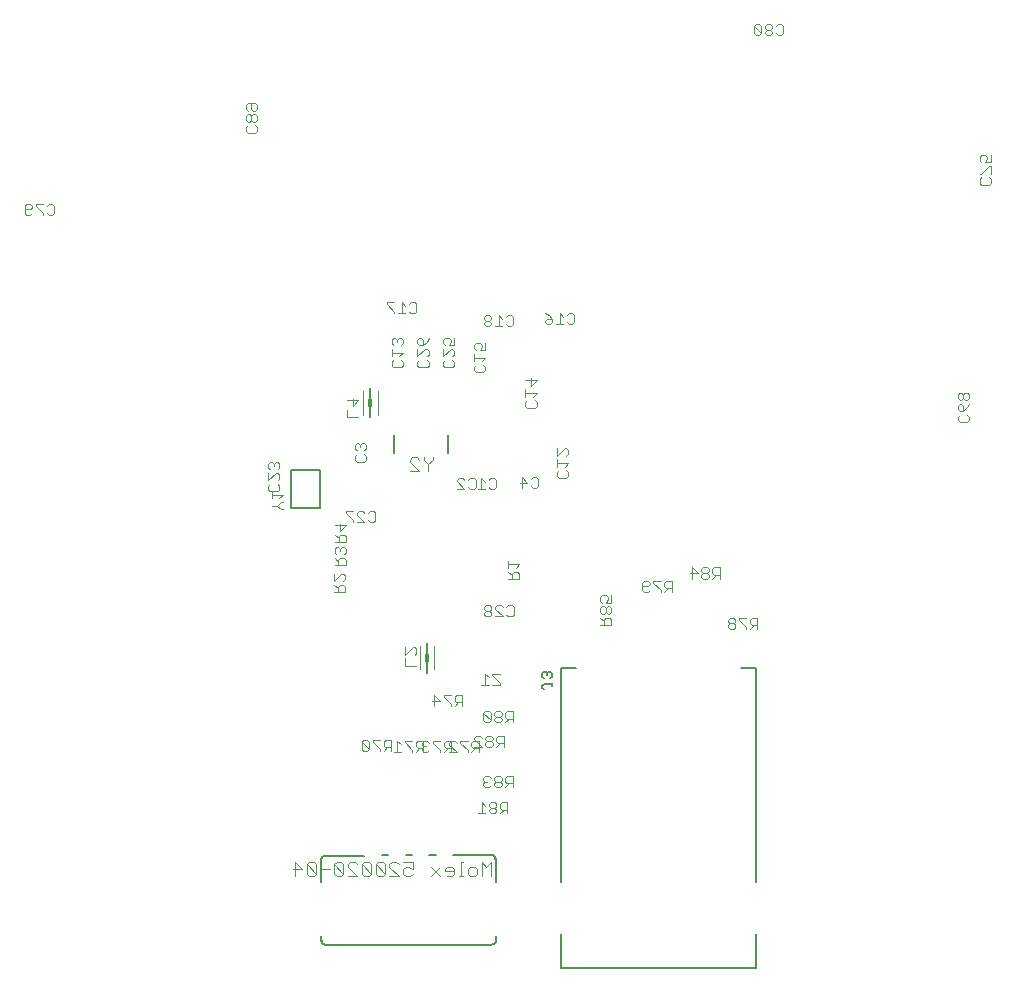
<source format=gbo>
G75*
%MOIN*%
%OFA0B0*%
%FSLAX25Y25*%
%IPPOS*%
%LPD*%
%AMOC8*
5,1,8,0,0,1.08239X$1,22.5*
%
%ADD10C,0.00500*%
%ADD11C,0.00400*%
%ADD12C,0.00300*%
%ADD13C,0.00276*%
%ADD14R,0.01181X0.02756*%
%ADD15C,0.00800*%
%ADD16C,0.00700*%
D10*
X0135127Y0010676D02*
X0135127Y0012369D01*
X0135167Y0010911D02*
X0135168Y0010835D01*
X0135172Y0010759D01*
X0135180Y0010684D01*
X0135193Y0010609D01*
X0135209Y0010534D01*
X0135229Y0010461D01*
X0135253Y0010388D01*
X0135280Y0010317D01*
X0135311Y0010248D01*
X0135346Y0010180D01*
X0135384Y0010114D01*
X0135425Y0010050D01*
X0135470Y0009989D01*
X0135518Y0009930D01*
X0135569Y0009873D01*
X0135623Y0009819D01*
X0135679Y0009768D01*
X0135738Y0009720D01*
X0135800Y0009675D01*
X0135864Y0009634D01*
X0135929Y0009595D01*
X0135997Y0009560D01*
X0136066Y0009529D01*
X0136137Y0009502D01*
X0136210Y0009478D01*
X0136283Y0009458D01*
X0136357Y0009441D01*
X0136433Y0009429D01*
X0136508Y0009420D01*
X0136584Y0009416D01*
X0136545Y0009455D02*
X0136505Y0009455D01*
X0136505Y0009376D01*
X0136545Y0009376D02*
X0136545Y0009455D01*
X0136545Y0009376D02*
X0191623Y0009376D01*
X0191821Y0009495D02*
X0191897Y0009494D01*
X0191972Y0009497D01*
X0192048Y0009505D01*
X0192123Y0009516D01*
X0192198Y0009530D01*
X0192271Y0009549D01*
X0192344Y0009571D01*
X0192415Y0009597D01*
X0192485Y0009627D01*
X0192554Y0009660D01*
X0192620Y0009696D01*
X0192685Y0009736D01*
X0192747Y0009779D01*
X0192808Y0009826D01*
X0192866Y0009875D01*
X0192921Y0009927D01*
X0192973Y0009982D01*
X0193023Y0010039D01*
X0193069Y0010099D01*
X0193113Y0010162D01*
X0193153Y0010226D01*
X0193190Y0010292D01*
X0193224Y0010361D01*
X0193254Y0010430D01*
X0193280Y0010502D01*
X0193303Y0010574D01*
X0193322Y0010648D01*
X0193337Y0010722D01*
X0193348Y0010797D01*
X0193356Y0010873D01*
X0193356Y0010872D02*
X0193356Y0010833D01*
X0193356Y0010872D02*
X0193356Y0012369D01*
X0193277Y0012369D01*
X0193159Y0030400D02*
X0193159Y0038274D01*
X0193119Y0037880D02*
X0193133Y0037945D01*
X0193144Y0038010D01*
X0193151Y0038076D01*
X0193154Y0038143D01*
X0193153Y0038209D01*
X0193148Y0038275D01*
X0193140Y0038341D01*
X0193127Y0038406D01*
X0193111Y0038471D01*
X0193091Y0038534D01*
X0193068Y0038596D01*
X0193041Y0038657D01*
X0193010Y0038716D01*
X0192976Y0038773D01*
X0192939Y0038828D01*
X0192899Y0038881D01*
X0192855Y0038931D01*
X0192809Y0038979D01*
X0192760Y0039024D01*
X0192709Y0039066D01*
X0192655Y0039105D01*
X0192599Y0039140D01*
X0192541Y0039173D01*
X0192482Y0039202D01*
X0192420Y0039228D01*
X0192358Y0039249D01*
X0192294Y0039268D01*
X0192229Y0039282D01*
X0192163Y0039293D01*
X0192097Y0039300D01*
X0192031Y0039303D01*
X0191965Y0039302D01*
X0191899Y0039297D01*
X0191899Y0039298D02*
X0179143Y0039298D01*
X0179143Y0039337D01*
X0179064Y0039337D01*
X0179064Y0039298D01*
X0179143Y0039298D01*
X0173238Y0039298D02*
X0170836Y0039298D01*
X0165324Y0039298D02*
X0163198Y0039298D01*
X0157450Y0039298D02*
X0155363Y0039298D01*
X0149261Y0039140D02*
X0136426Y0039140D01*
X0136466Y0039140D02*
X0136397Y0039146D01*
X0136327Y0039148D01*
X0136257Y0039146D01*
X0136188Y0039141D01*
X0136119Y0039132D01*
X0136050Y0039119D01*
X0135982Y0039103D01*
X0135916Y0039082D01*
X0135850Y0039059D01*
X0135786Y0039032D01*
X0135723Y0039001D01*
X0135663Y0038967D01*
X0135604Y0038930D01*
X0135547Y0038890D01*
X0135492Y0038846D01*
X0135440Y0038800D01*
X0135390Y0038751D01*
X0135343Y0038700D01*
X0135299Y0038646D01*
X0135258Y0038589D01*
X0135220Y0038531D01*
X0135186Y0038471D01*
X0135154Y0038408D01*
X0135126Y0038345D01*
X0135101Y0038279D01*
X0135080Y0038213D01*
X0135063Y0038146D01*
X0135049Y0038077D01*
X0135088Y0038235D02*
X0135088Y0030400D01*
X0135009Y0030400D01*
X0191899Y0039298D02*
X0192293Y0039298D01*
X0170282Y0099982D02*
X0170282Y0109824D01*
X0134804Y0155101D02*
X0124961Y0155101D01*
X0124961Y0167699D01*
X0134804Y0167699D01*
X0134804Y0155101D01*
X0159282Y0173400D02*
X0159282Y0179400D01*
X0151482Y0185176D02*
X0151482Y0195018D01*
X0177282Y0179400D02*
X0177282Y0173400D01*
D11*
X0128661Y0034674D02*
X0125591Y0034674D01*
X0126359Y0036976D02*
X0128661Y0034674D01*
X0130195Y0036208D02*
X0133264Y0033139D01*
X0132497Y0032372D01*
X0130962Y0032372D01*
X0130195Y0033139D01*
X0130195Y0036208D01*
X0130962Y0036976D01*
X0132497Y0036976D01*
X0133264Y0036208D01*
X0133264Y0033139D01*
X0134799Y0034674D02*
X0137868Y0034674D01*
X0139403Y0036208D02*
X0142472Y0033139D01*
X0141705Y0032372D01*
X0140170Y0032372D01*
X0139403Y0033139D01*
X0139403Y0036208D01*
X0140170Y0036976D01*
X0141705Y0036976D01*
X0142472Y0036208D01*
X0142472Y0033139D01*
X0144007Y0032372D02*
X0147076Y0032372D01*
X0144007Y0035441D01*
X0144007Y0036208D01*
X0144774Y0036976D01*
X0146309Y0036976D01*
X0147076Y0036208D01*
X0148611Y0036208D02*
X0151680Y0033139D01*
X0150913Y0032372D01*
X0149378Y0032372D01*
X0148611Y0033139D01*
X0148611Y0036208D01*
X0149378Y0036976D01*
X0150913Y0036976D01*
X0151680Y0036208D01*
X0151680Y0033139D01*
X0153215Y0033139D02*
X0153215Y0036208D01*
X0156284Y0033139D01*
X0155517Y0032372D01*
X0153982Y0032372D01*
X0153215Y0033139D01*
X0156284Y0033139D02*
X0156284Y0036208D01*
X0155517Y0036976D01*
X0153982Y0036976D01*
X0153215Y0036208D01*
X0157819Y0036208D02*
X0158586Y0036976D01*
X0160121Y0036976D01*
X0160888Y0036208D01*
X0162423Y0036976D02*
X0165492Y0036976D01*
X0165492Y0034674D01*
X0163957Y0035441D01*
X0163190Y0035441D01*
X0162423Y0034674D01*
X0162423Y0033139D01*
X0163190Y0032372D01*
X0164725Y0032372D01*
X0165492Y0033139D01*
X0160888Y0032372D02*
X0157819Y0035441D01*
X0157819Y0036208D01*
X0157819Y0032372D02*
X0160888Y0032372D01*
X0171630Y0032372D02*
X0174700Y0035441D01*
X0176234Y0034674D02*
X0176234Y0033906D01*
X0179304Y0033906D01*
X0179304Y0033139D02*
X0179304Y0034674D01*
X0178536Y0035441D01*
X0177002Y0035441D01*
X0176234Y0034674D01*
X0177002Y0032372D02*
X0178536Y0032372D01*
X0179304Y0033139D01*
X0180838Y0032372D02*
X0182373Y0032372D01*
X0181606Y0032372D02*
X0181606Y0036976D01*
X0182373Y0036976D01*
X0184675Y0035441D02*
X0186210Y0035441D01*
X0186977Y0034674D01*
X0186977Y0033139D01*
X0186210Y0032372D01*
X0184675Y0032372D01*
X0183908Y0033139D01*
X0183908Y0034674D01*
X0184675Y0035441D01*
X0188512Y0036976D02*
X0188512Y0032372D01*
X0191581Y0032372D02*
X0191581Y0036976D01*
X0190046Y0035441D01*
X0188512Y0036976D01*
X0174700Y0032372D02*
X0171630Y0035441D01*
X0126359Y0036976D02*
X0126359Y0032372D01*
X0164609Y0167300D02*
X0167678Y0167300D01*
X0164609Y0170369D01*
X0164609Y0171137D01*
X0165377Y0171904D01*
X0166911Y0171904D01*
X0167678Y0171137D01*
X0169213Y0171137D02*
X0169213Y0171904D01*
X0169213Y0171137D02*
X0170748Y0169602D01*
X0170748Y0167300D01*
X0170748Y0169602D02*
X0172282Y0171137D01*
X0172282Y0171904D01*
D12*
X0180347Y0164436D02*
X0180964Y0165053D01*
X0182198Y0165053D01*
X0182816Y0164436D01*
X0184030Y0164436D02*
X0184647Y0165053D01*
X0185881Y0165053D01*
X0186499Y0164436D01*
X0186499Y0161967D01*
X0185881Y0161350D01*
X0184647Y0161350D01*
X0184030Y0161967D01*
X0182816Y0161350D02*
X0180347Y0163819D01*
X0180347Y0164436D01*
X0180347Y0161350D02*
X0182816Y0161350D01*
X0187180Y0161250D02*
X0189649Y0161250D01*
X0188415Y0161250D02*
X0188415Y0164953D01*
X0189649Y0163719D01*
X0190864Y0164336D02*
X0191481Y0164953D01*
X0192715Y0164953D01*
X0193332Y0164336D01*
X0193332Y0161867D01*
X0192715Y0161250D01*
X0191481Y0161250D01*
X0190864Y0161867D01*
X0201280Y0163402D02*
X0203749Y0163402D01*
X0201898Y0165253D01*
X0201898Y0161550D01*
X0204964Y0162167D02*
X0205581Y0161550D01*
X0206815Y0161550D01*
X0207432Y0162167D01*
X0207432Y0164636D01*
X0206815Y0165253D01*
X0205581Y0165253D01*
X0204964Y0164636D01*
X0213732Y0165718D02*
X0213732Y0166952D01*
X0214350Y0167569D01*
X0213732Y0168784D02*
X0213732Y0171252D01*
X0213732Y0172467D02*
X0216201Y0174936D01*
X0216818Y0174936D01*
X0217436Y0174318D01*
X0217436Y0173084D01*
X0216818Y0172467D01*
X0217436Y0170018D02*
X0213732Y0170018D01*
X0213732Y0172467D02*
X0213732Y0174936D01*
X0217436Y0170018D02*
X0216201Y0168784D01*
X0216818Y0167569D02*
X0217436Y0166952D01*
X0217436Y0165718D01*
X0216818Y0165101D01*
X0214350Y0165101D01*
X0213732Y0165718D01*
X0206218Y0188450D02*
X0203750Y0188450D01*
X0203132Y0189067D01*
X0203132Y0190302D01*
X0203750Y0190919D01*
X0203132Y0192133D02*
X0203132Y0194602D01*
X0203132Y0193368D02*
X0206836Y0193368D01*
X0205601Y0192133D01*
X0206218Y0190919D02*
X0206836Y0190302D01*
X0206836Y0189067D01*
X0206218Y0188450D01*
X0204984Y0195816D02*
X0204984Y0198285D01*
X0206836Y0197668D02*
X0204984Y0195816D01*
X0203132Y0197668D02*
X0206836Y0197668D01*
X0189736Y0200818D02*
X0189118Y0200201D01*
X0186650Y0200201D01*
X0186032Y0200818D01*
X0186032Y0202052D01*
X0186650Y0202669D01*
X0186032Y0203884D02*
X0186032Y0206352D01*
X0186032Y0205118D02*
X0189736Y0205118D01*
X0188501Y0203884D01*
X0189118Y0202669D02*
X0189736Y0202052D01*
X0189736Y0200818D01*
X0189736Y0207567D02*
X0187884Y0207567D01*
X0188501Y0208801D01*
X0188501Y0209418D01*
X0187884Y0210036D01*
X0186650Y0210036D01*
X0186032Y0209418D01*
X0186032Y0208184D01*
X0186650Y0207567D01*
X0189736Y0207567D02*
X0189736Y0210036D01*
X0189864Y0215550D02*
X0191098Y0215550D01*
X0191716Y0216167D01*
X0191716Y0216784D01*
X0191098Y0217402D01*
X0189864Y0217402D01*
X0189247Y0216784D01*
X0189247Y0216167D01*
X0189864Y0215550D01*
X0189864Y0217402D02*
X0189247Y0218019D01*
X0189247Y0218636D01*
X0189864Y0219253D01*
X0191098Y0219253D01*
X0191716Y0218636D01*
X0191716Y0218019D01*
X0191098Y0217402D01*
X0192930Y0215550D02*
X0195399Y0215550D01*
X0194164Y0215550D02*
X0194164Y0219253D01*
X0195399Y0218019D01*
X0196613Y0218636D02*
X0197230Y0219253D01*
X0198465Y0219253D01*
X0199082Y0218636D01*
X0199082Y0216167D01*
X0198465Y0215550D01*
X0197230Y0215550D01*
X0196613Y0216167D01*
X0209597Y0216867D02*
X0210215Y0216250D01*
X0211449Y0216250D01*
X0212066Y0216867D01*
X0212066Y0218102D01*
X0210215Y0218102D01*
X0209597Y0217484D01*
X0209597Y0216867D01*
X0210832Y0219336D02*
X0209597Y0219953D01*
X0210832Y0219336D02*
X0212066Y0218102D01*
X0213280Y0216250D02*
X0215749Y0216250D01*
X0214515Y0216250D02*
X0214515Y0219953D01*
X0215749Y0218719D01*
X0216964Y0219336D02*
X0217581Y0219953D01*
X0218815Y0219953D01*
X0219432Y0219336D01*
X0219432Y0216867D01*
X0218815Y0216250D01*
X0217581Y0216250D01*
X0216964Y0216867D01*
X0179436Y0211685D02*
X0179436Y0209216D01*
X0177584Y0209216D01*
X0178201Y0210451D01*
X0178201Y0211068D01*
X0177584Y0211685D01*
X0176350Y0211685D01*
X0175732Y0211068D01*
X0175732Y0209833D01*
X0176350Y0209216D01*
X0175732Y0208002D02*
X0175732Y0205533D01*
X0178201Y0208002D01*
X0178818Y0208002D01*
X0179436Y0207385D01*
X0179436Y0206150D01*
X0178818Y0205533D01*
X0178818Y0204319D02*
X0179436Y0203702D01*
X0179436Y0202467D01*
X0178818Y0201850D01*
X0176350Y0201850D01*
X0175732Y0202467D01*
X0175732Y0203702D01*
X0176350Y0204319D01*
X0170836Y0203702D02*
X0170836Y0202467D01*
X0170218Y0201850D01*
X0167750Y0201850D01*
X0167132Y0202467D01*
X0167132Y0203702D01*
X0167750Y0204319D01*
X0167132Y0205533D02*
X0169601Y0208002D01*
X0170218Y0208002D01*
X0170836Y0207385D01*
X0170836Y0206150D01*
X0170218Y0205533D01*
X0170218Y0204319D02*
X0170836Y0203702D01*
X0167132Y0205533D02*
X0167132Y0208002D01*
X0167750Y0209216D02*
X0167132Y0209833D01*
X0167132Y0211068D01*
X0167750Y0211685D01*
X0168367Y0211685D01*
X0168984Y0211068D01*
X0168984Y0209216D01*
X0167750Y0209216D01*
X0168984Y0209216D02*
X0170218Y0210451D01*
X0170836Y0211685D01*
X0162236Y0211068D02*
X0161618Y0211685D01*
X0161001Y0211685D01*
X0160384Y0211068D01*
X0159767Y0211685D01*
X0159150Y0211685D01*
X0158532Y0211068D01*
X0158532Y0209833D01*
X0159150Y0209216D01*
X0158532Y0208002D02*
X0158532Y0205533D01*
X0158532Y0206768D02*
X0162236Y0206768D01*
X0161001Y0205533D01*
X0161618Y0204319D02*
X0162236Y0203702D01*
X0162236Y0202467D01*
X0161618Y0201850D01*
X0159150Y0201850D01*
X0158532Y0202467D01*
X0158532Y0203702D01*
X0159150Y0204319D01*
X0161618Y0209216D02*
X0162236Y0209833D01*
X0162236Y0211068D01*
X0160384Y0211068D02*
X0160384Y0210451D01*
X0160630Y0219850D02*
X0163099Y0219850D01*
X0161864Y0219850D02*
X0161864Y0223553D01*
X0163099Y0222319D01*
X0164313Y0222936D02*
X0164930Y0223553D01*
X0166165Y0223553D01*
X0166782Y0222936D01*
X0166782Y0220467D01*
X0166165Y0219850D01*
X0164930Y0219850D01*
X0164313Y0220467D01*
X0159416Y0220467D02*
X0156947Y0222936D01*
X0156947Y0223553D01*
X0159416Y0223553D01*
X0159416Y0220467D02*
X0159416Y0219850D01*
X0147486Y0190818D02*
X0145634Y0188967D01*
X0145634Y0191436D01*
X0143782Y0190818D02*
X0147486Y0190818D01*
X0143782Y0187752D02*
X0143782Y0185284D01*
X0147486Y0185284D01*
X0147467Y0176636D02*
X0146850Y0176636D01*
X0146232Y0176018D01*
X0146232Y0174784D01*
X0146850Y0174167D01*
X0146850Y0172952D02*
X0146232Y0172335D01*
X0146232Y0171101D01*
X0146850Y0170484D01*
X0149318Y0170484D01*
X0149936Y0171101D01*
X0149936Y0172335D01*
X0149318Y0172952D01*
X0149318Y0174167D02*
X0149936Y0174784D01*
X0149936Y0176018D01*
X0149318Y0176636D01*
X0148701Y0176636D01*
X0148084Y0176018D01*
X0147467Y0176636D01*
X0148084Y0176018D02*
X0148084Y0175401D01*
X0147598Y0153953D02*
X0148832Y0153953D01*
X0149449Y0153336D01*
X0150664Y0153336D02*
X0151281Y0153953D01*
X0152515Y0153953D01*
X0153132Y0153336D01*
X0153132Y0150867D01*
X0152515Y0150250D01*
X0151281Y0150250D01*
X0150664Y0150867D01*
X0149449Y0150250D02*
X0146980Y0152719D01*
X0146980Y0153336D01*
X0147598Y0153953D01*
X0145766Y0153953D02*
X0143297Y0153953D01*
X0143297Y0153336D01*
X0145766Y0150867D01*
X0145766Y0150250D01*
X0146980Y0150250D02*
X0149449Y0150250D01*
X0143336Y0149185D02*
X0141484Y0147333D01*
X0141484Y0149802D01*
X0139632Y0149185D02*
X0143336Y0149185D01*
X0142718Y0146119D02*
X0141484Y0146119D01*
X0140867Y0145502D01*
X0140867Y0143650D01*
X0140867Y0144884D02*
X0139632Y0146119D01*
X0139632Y0143650D02*
X0143336Y0143650D01*
X0143336Y0145502D01*
X0142718Y0146119D01*
X0142618Y0142002D02*
X0142001Y0142002D01*
X0141384Y0141385D01*
X0140767Y0142002D01*
X0140150Y0142002D01*
X0139532Y0141385D01*
X0139532Y0140150D01*
X0140150Y0139533D01*
X0139532Y0138319D02*
X0140767Y0137084D01*
X0140767Y0137702D02*
X0140767Y0135850D01*
X0139532Y0135850D02*
X0143236Y0135850D01*
X0143236Y0137702D01*
X0142618Y0138319D01*
X0141384Y0138319D01*
X0140767Y0137702D01*
X0142618Y0139533D02*
X0143236Y0140150D01*
X0143236Y0141385D01*
X0142618Y0142002D01*
X0141384Y0141385D02*
X0141384Y0140768D01*
X0141801Y0133102D02*
X0142418Y0133102D01*
X0143036Y0132485D01*
X0143036Y0131250D01*
X0142418Y0130633D01*
X0142418Y0129419D02*
X0141184Y0129419D01*
X0140567Y0128802D01*
X0140567Y0126950D01*
X0140567Y0128184D02*
X0139332Y0129419D01*
X0139332Y0130633D02*
X0141801Y0133102D01*
X0139332Y0133102D02*
X0139332Y0130633D01*
X0142418Y0129419D02*
X0143036Y0128802D01*
X0143036Y0126950D01*
X0139332Y0126950D01*
X0163082Y0108502D02*
X0163082Y0106033D01*
X0165551Y0108502D01*
X0166168Y0108502D01*
X0166786Y0107885D01*
X0166786Y0106650D01*
X0166168Y0106033D01*
X0163082Y0104819D02*
X0163082Y0102350D01*
X0166786Y0102350D01*
X0172764Y0092653D02*
X0174616Y0090802D01*
X0172147Y0090802D01*
X0172764Y0092653D02*
X0172764Y0088950D01*
X0175830Y0092036D02*
X0178299Y0089567D01*
X0178299Y0088950D01*
X0179513Y0088950D02*
X0180747Y0090184D01*
X0180130Y0090184D02*
X0181982Y0090184D01*
X0181982Y0088950D02*
X0181982Y0092653D01*
X0180130Y0092653D01*
X0179513Y0092036D01*
X0179513Y0090802D01*
X0180130Y0090184D01*
X0178299Y0092653D02*
X0175830Y0092653D01*
X0175830Y0092036D01*
X0188378Y0096113D02*
X0190847Y0096113D01*
X0192061Y0096113D02*
X0194530Y0096113D01*
X0194530Y0096730D01*
X0192061Y0099199D01*
X0192061Y0099816D01*
X0194530Y0099816D01*
X0190847Y0098582D02*
X0189613Y0099816D01*
X0189613Y0096113D01*
X0189664Y0087253D02*
X0189047Y0086636D01*
X0191516Y0084167D01*
X0190898Y0083550D01*
X0189664Y0083550D01*
X0189047Y0084167D01*
X0189047Y0086636D01*
X0189664Y0087253D02*
X0190898Y0087253D01*
X0191516Y0086636D01*
X0191516Y0084167D01*
X0192730Y0084167D02*
X0193347Y0083550D01*
X0194581Y0083550D01*
X0195199Y0084167D01*
X0195199Y0084784D01*
X0194581Y0085402D01*
X0193347Y0085402D01*
X0192730Y0084784D01*
X0192730Y0084167D01*
X0193347Y0085402D02*
X0192730Y0086019D01*
X0192730Y0086636D01*
X0193347Y0087253D01*
X0194581Y0087253D01*
X0195199Y0086636D01*
X0195199Y0086019D01*
X0194581Y0085402D01*
X0196413Y0085402D02*
X0197030Y0084784D01*
X0198882Y0084784D01*
X0198882Y0083550D02*
X0198882Y0087253D01*
X0197030Y0087253D01*
X0196413Y0086636D01*
X0196413Y0085402D01*
X0197647Y0084784D02*
X0196413Y0083550D01*
X0195932Y0079053D02*
X0194081Y0079053D01*
X0193464Y0078436D01*
X0193464Y0077202D01*
X0194081Y0076584D01*
X0195932Y0076584D01*
X0194698Y0076584D02*
X0193464Y0075350D01*
X0192249Y0075967D02*
X0192249Y0076584D01*
X0191632Y0077202D01*
X0190398Y0077202D01*
X0189780Y0076584D01*
X0189780Y0075967D01*
X0190398Y0075350D01*
X0191632Y0075350D01*
X0192249Y0075967D01*
X0191632Y0077202D02*
X0192249Y0077819D01*
X0192249Y0078436D01*
X0191632Y0079053D01*
X0190398Y0079053D01*
X0189780Y0078436D01*
X0189780Y0077819D01*
X0190398Y0077202D01*
X0188566Y0078436D02*
X0187949Y0079053D01*
X0186715Y0079053D01*
X0186097Y0078436D01*
X0186097Y0077819D01*
X0188566Y0075350D01*
X0186097Y0075350D01*
X0186298Y0074884D02*
X0185064Y0073650D01*
X0183849Y0073650D02*
X0183849Y0074267D01*
X0181380Y0076736D01*
X0181380Y0077353D01*
X0183849Y0077353D01*
X0185064Y0076736D02*
X0185064Y0075502D01*
X0185681Y0074884D01*
X0187532Y0074884D01*
X0187532Y0073650D02*
X0187532Y0077353D01*
X0185681Y0077353D01*
X0185064Y0076736D01*
X0180166Y0076736D02*
X0179549Y0077353D01*
X0178315Y0077353D01*
X0177697Y0076736D01*
X0177697Y0076119D01*
X0180166Y0073650D01*
X0177697Y0073650D01*
X0178432Y0073650D02*
X0178432Y0077353D01*
X0176581Y0077353D01*
X0175964Y0076736D01*
X0175964Y0075502D01*
X0176581Y0074884D01*
X0178432Y0074884D01*
X0177198Y0074884D02*
X0175964Y0073650D01*
X0174749Y0073650D02*
X0174749Y0074267D01*
X0172280Y0076736D01*
X0172280Y0077353D01*
X0174749Y0077353D01*
X0171066Y0076736D02*
X0170449Y0077353D01*
X0169215Y0077353D01*
X0168597Y0076736D01*
X0168597Y0076119D01*
X0169215Y0075502D01*
X0168597Y0074884D01*
X0168597Y0074267D01*
X0169215Y0073650D01*
X0170449Y0073650D01*
X0171066Y0074267D01*
X0169832Y0075502D02*
X0169215Y0075502D01*
X0169032Y0074984D02*
X0167181Y0074984D01*
X0166564Y0075602D01*
X0166564Y0076836D01*
X0167181Y0077453D01*
X0169032Y0077453D01*
X0169032Y0073750D01*
X0167798Y0074984D02*
X0166564Y0073750D01*
X0165349Y0073750D02*
X0165349Y0074367D01*
X0162880Y0076836D01*
X0162880Y0077453D01*
X0165349Y0077453D01*
X0161666Y0076219D02*
X0160432Y0077453D01*
X0160432Y0073750D01*
X0161666Y0073750D02*
X0159197Y0073750D01*
X0158332Y0073950D02*
X0158332Y0077653D01*
X0156481Y0077653D01*
X0155864Y0077036D01*
X0155864Y0075802D01*
X0156481Y0075184D01*
X0158332Y0075184D01*
X0157098Y0075184D02*
X0155864Y0073950D01*
X0154649Y0073950D02*
X0154649Y0074567D01*
X0152180Y0077036D01*
X0152180Y0077653D01*
X0154649Y0077653D01*
X0150966Y0077036D02*
X0150966Y0074567D01*
X0148497Y0077036D01*
X0148497Y0074567D01*
X0149115Y0073950D01*
X0150349Y0073950D01*
X0150966Y0074567D01*
X0150966Y0077036D02*
X0150349Y0077653D01*
X0149115Y0077653D01*
X0148497Y0077036D01*
X0187297Y0053250D02*
X0189766Y0053250D01*
X0188532Y0053250D02*
X0188532Y0056953D01*
X0189766Y0055719D01*
X0190980Y0055719D02*
X0191598Y0055102D01*
X0192832Y0055102D01*
X0193449Y0055719D01*
X0193449Y0056336D01*
X0192832Y0056953D01*
X0191598Y0056953D01*
X0190980Y0056336D01*
X0190980Y0055719D01*
X0191598Y0055102D02*
X0190980Y0054484D01*
X0190980Y0053867D01*
X0191598Y0053250D01*
X0192832Y0053250D01*
X0193449Y0053867D01*
X0193449Y0054484D01*
X0192832Y0055102D01*
X0194664Y0055102D02*
X0195281Y0054484D01*
X0197132Y0054484D01*
X0195898Y0054484D02*
X0194664Y0053250D01*
X0194664Y0055102D02*
X0194664Y0056336D01*
X0195281Y0056953D01*
X0197132Y0056953D01*
X0197132Y0053250D01*
X0196413Y0061950D02*
X0197647Y0063184D01*
X0197030Y0063184D02*
X0198882Y0063184D01*
X0198882Y0061950D02*
X0198882Y0065653D01*
X0197030Y0065653D01*
X0196413Y0065036D01*
X0196413Y0063802D01*
X0197030Y0063184D01*
X0195199Y0063184D02*
X0194581Y0063802D01*
X0193347Y0063802D01*
X0192730Y0063184D01*
X0192730Y0062567D01*
X0193347Y0061950D01*
X0194581Y0061950D01*
X0195199Y0062567D01*
X0195199Y0063184D01*
X0194581Y0063802D02*
X0195199Y0064419D01*
X0195199Y0065036D01*
X0194581Y0065653D01*
X0193347Y0065653D01*
X0192730Y0065036D01*
X0192730Y0064419D01*
X0193347Y0063802D01*
X0191516Y0065036D02*
X0190898Y0065653D01*
X0189664Y0065653D01*
X0189047Y0065036D01*
X0189047Y0064419D01*
X0189664Y0063802D01*
X0189047Y0063184D01*
X0189047Y0062567D01*
X0189664Y0061950D01*
X0190898Y0061950D01*
X0191516Y0062567D01*
X0190281Y0063802D02*
X0189664Y0063802D01*
X0195932Y0075350D02*
X0195932Y0079053D01*
X0195499Y0118850D02*
X0193030Y0121319D01*
X0193030Y0121936D01*
X0193647Y0122553D01*
X0194881Y0122553D01*
X0195499Y0121936D01*
X0196713Y0121936D02*
X0197330Y0122553D01*
X0198565Y0122553D01*
X0199182Y0121936D01*
X0199182Y0119467D01*
X0198565Y0118850D01*
X0197330Y0118850D01*
X0196713Y0119467D01*
X0195499Y0118850D02*
X0193030Y0118850D01*
X0191816Y0119467D02*
X0191816Y0120084D01*
X0191198Y0120702D01*
X0189964Y0120702D01*
X0189347Y0120084D01*
X0189347Y0119467D01*
X0189964Y0118850D01*
X0191198Y0118850D01*
X0191816Y0119467D01*
X0191198Y0120702D02*
X0191816Y0121319D01*
X0191816Y0121936D01*
X0191198Y0122553D01*
X0189964Y0122553D01*
X0189347Y0121936D01*
X0189347Y0121319D01*
X0189964Y0120702D01*
X0197432Y0131284D02*
X0201136Y0131284D01*
X0201136Y0133135D01*
X0200518Y0133752D01*
X0199284Y0133752D01*
X0198667Y0133135D01*
X0198667Y0131284D01*
X0198667Y0132518D02*
X0197432Y0133752D01*
X0197432Y0134967D02*
X0197432Y0137436D01*
X0197432Y0136201D02*
X0201136Y0136201D01*
X0199901Y0134967D01*
X0228032Y0125218D02*
X0228032Y0123984D01*
X0228650Y0123367D01*
X0228650Y0122152D02*
X0228032Y0121535D01*
X0228032Y0120301D01*
X0228650Y0119684D01*
X0229267Y0119684D01*
X0229884Y0120301D01*
X0229884Y0121535D01*
X0229267Y0122152D01*
X0228650Y0122152D01*
X0229884Y0121535D02*
X0230501Y0122152D01*
X0231118Y0122152D01*
X0231736Y0121535D01*
X0231736Y0120301D01*
X0231118Y0119684D01*
X0230501Y0119684D01*
X0229884Y0120301D01*
X0229884Y0118469D02*
X0229267Y0117852D01*
X0229267Y0116001D01*
X0229267Y0117235D02*
X0228032Y0118469D01*
X0229884Y0118469D02*
X0231118Y0118469D01*
X0231736Y0117852D01*
X0231736Y0116001D01*
X0228032Y0116001D01*
X0229884Y0123367D02*
X0230501Y0124601D01*
X0230501Y0125218D01*
X0229884Y0125836D01*
X0228650Y0125836D01*
X0228032Y0125218D01*
X0229884Y0123367D02*
X0231736Y0123367D01*
X0231736Y0125836D01*
X0242047Y0127667D02*
X0242664Y0127050D01*
X0243898Y0127050D01*
X0244516Y0127667D01*
X0243898Y0128902D02*
X0242047Y0128902D01*
X0242047Y0130136D02*
X0242664Y0130753D01*
X0243898Y0130753D01*
X0244516Y0130136D01*
X0244516Y0129519D01*
X0243898Y0128902D01*
X0245730Y0130136D02*
X0248199Y0127667D01*
X0248199Y0127050D01*
X0249413Y0127050D02*
X0250647Y0128284D01*
X0250030Y0128284D02*
X0251882Y0128284D01*
X0251882Y0127050D02*
X0251882Y0130753D01*
X0250030Y0130753D01*
X0249413Y0130136D01*
X0249413Y0128902D01*
X0250030Y0128284D01*
X0248199Y0130753D02*
X0245730Y0130753D01*
X0245730Y0130136D01*
X0242047Y0130136D02*
X0242047Y0127667D01*
X0258047Y0133302D02*
X0260516Y0133302D01*
X0258664Y0135153D01*
X0258664Y0131450D01*
X0261730Y0132067D02*
X0262347Y0131450D01*
X0263581Y0131450D01*
X0264199Y0132067D01*
X0264199Y0132684D01*
X0263581Y0133302D01*
X0262347Y0133302D01*
X0261730Y0132684D01*
X0261730Y0132067D01*
X0262347Y0133302D02*
X0261730Y0133919D01*
X0261730Y0134536D01*
X0262347Y0135153D01*
X0263581Y0135153D01*
X0264199Y0134536D01*
X0264199Y0133919D01*
X0263581Y0133302D01*
X0265413Y0133302D02*
X0265413Y0134536D01*
X0266030Y0135153D01*
X0267882Y0135153D01*
X0267882Y0131450D01*
X0267882Y0132684D02*
X0266030Y0132684D01*
X0265413Y0133302D01*
X0266647Y0132684D02*
X0265413Y0131450D01*
X0271264Y0118353D02*
X0270647Y0117736D01*
X0270647Y0117119D01*
X0271264Y0116502D01*
X0272498Y0116502D01*
X0273116Y0117119D01*
X0273116Y0117736D01*
X0272498Y0118353D01*
X0271264Y0118353D01*
X0271264Y0116502D02*
X0270647Y0115884D01*
X0270647Y0115267D01*
X0271264Y0114650D01*
X0272498Y0114650D01*
X0273116Y0115267D01*
X0273116Y0115884D01*
X0272498Y0116502D01*
X0274330Y0117736D02*
X0276799Y0115267D01*
X0276799Y0114650D01*
X0278013Y0114650D02*
X0279247Y0115884D01*
X0278630Y0115884D02*
X0280482Y0115884D01*
X0280482Y0114650D02*
X0280482Y0118353D01*
X0278630Y0118353D01*
X0278013Y0117736D01*
X0278013Y0116502D01*
X0278630Y0115884D01*
X0276799Y0118353D02*
X0274330Y0118353D01*
X0274330Y0117736D01*
X0347232Y0184218D02*
X0347232Y0185452D01*
X0347850Y0186069D01*
X0347850Y0187284D02*
X0347232Y0187901D01*
X0347232Y0189135D01*
X0347850Y0189752D01*
X0348467Y0189752D01*
X0349084Y0189135D01*
X0349084Y0187284D01*
X0347850Y0187284D01*
X0349084Y0187284D02*
X0350318Y0188518D01*
X0350936Y0189752D01*
X0350318Y0190967D02*
X0349701Y0190967D01*
X0349084Y0191584D01*
X0349084Y0192818D01*
X0348467Y0193436D01*
X0347850Y0193436D01*
X0347232Y0192818D01*
X0347232Y0191584D01*
X0347850Y0190967D01*
X0348467Y0190967D01*
X0349084Y0191584D01*
X0349084Y0192818D02*
X0349701Y0193436D01*
X0350318Y0193436D01*
X0350936Y0192818D01*
X0350936Y0191584D01*
X0350318Y0190967D01*
X0350318Y0186069D02*
X0350936Y0185452D01*
X0350936Y0184218D01*
X0350318Y0183601D01*
X0347850Y0183601D01*
X0347232Y0184218D01*
X0355150Y0262801D02*
X0354532Y0263418D01*
X0354532Y0264652D01*
X0355150Y0265269D01*
X0355150Y0266484D02*
X0354532Y0266484D01*
X0355150Y0266484D02*
X0357618Y0268952D01*
X0358236Y0268952D01*
X0358236Y0266484D01*
X0357618Y0265269D02*
X0358236Y0264652D01*
X0358236Y0263418D01*
X0357618Y0262801D01*
X0355150Y0262801D01*
X0355150Y0270167D02*
X0354532Y0270784D01*
X0354532Y0272018D01*
X0355150Y0272636D01*
X0356384Y0272636D01*
X0357001Y0272018D01*
X0357001Y0271401D01*
X0356384Y0270167D01*
X0358236Y0270167D01*
X0358236Y0272636D01*
X0289082Y0313167D02*
X0288465Y0312550D01*
X0287230Y0312550D01*
X0286613Y0313167D01*
X0285399Y0313167D02*
X0285399Y0313784D01*
X0284781Y0314402D01*
X0283547Y0314402D01*
X0282930Y0313784D01*
X0282930Y0313167D01*
X0283547Y0312550D01*
X0284781Y0312550D01*
X0285399Y0313167D01*
X0284781Y0314402D02*
X0285399Y0315019D01*
X0285399Y0315636D01*
X0284781Y0316253D01*
X0283547Y0316253D01*
X0282930Y0315636D01*
X0282930Y0315019D01*
X0283547Y0314402D01*
X0281716Y0313167D02*
X0281716Y0315636D01*
X0281098Y0316253D01*
X0279864Y0316253D01*
X0279247Y0315636D01*
X0281716Y0313167D01*
X0281098Y0312550D01*
X0279864Y0312550D01*
X0279247Y0313167D01*
X0279247Y0315636D01*
X0286613Y0315636D02*
X0287230Y0316253D01*
X0288465Y0316253D01*
X0289082Y0315636D01*
X0289082Y0313167D01*
X0121136Y0169718D02*
X0120518Y0170336D01*
X0119901Y0170336D01*
X0119284Y0169718D01*
X0118667Y0170336D01*
X0118050Y0170336D01*
X0117432Y0169718D01*
X0117432Y0168484D01*
X0118050Y0167867D01*
X0117432Y0166652D02*
X0117432Y0164184D01*
X0119901Y0166652D01*
X0120518Y0166652D01*
X0121136Y0166035D01*
X0121136Y0164801D01*
X0120518Y0164184D01*
X0120518Y0162969D02*
X0121136Y0162352D01*
X0121136Y0161118D01*
X0120518Y0160501D01*
X0118050Y0160501D01*
X0117432Y0161118D01*
X0117432Y0162352D01*
X0118050Y0162969D01*
X0118632Y0160706D02*
X0118632Y0158237D01*
X0118632Y0159471D02*
X0122335Y0159471D01*
X0121100Y0158237D01*
X0121718Y0157023D02*
X0122335Y0157023D01*
X0121718Y0157023D02*
X0120483Y0155788D01*
X0118632Y0155788D01*
X0120483Y0155788D02*
X0121718Y0154554D01*
X0122335Y0154554D01*
X0120518Y0167867D02*
X0121136Y0168484D01*
X0121136Y0169718D01*
X0119284Y0169718D02*
X0119284Y0169101D01*
X0045415Y0252650D02*
X0044181Y0252650D01*
X0043564Y0253267D01*
X0042349Y0253267D02*
X0042349Y0252650D01*
X0042349Y0253267D02*
X0039880Y0255736D01*
X0039880Y0256353D01*
X0042349Y0256353D01*
X0043564Y0255736D02*
X0044181Y0256353D01*
X0045415Y0256353D01*
X0046032Y0255736D01*
X0046032Y0253267D01*
X0045415Y0252650D01*
X0038666Y0253267D02*
X0038049Y0252650D01*
X0036815Y0252650D01*
X0036197Y0253267D01*
X0036197Y0255736D01*
X0036815Y0256353D01*
X0038049Y0256353D01*
X0038666Y0255736D01*
X0038666Y0255119D01*
X0038049Y0254502D01*
X0036197Y0254502D01*
X0109932Y0280718D02*
X0110550Y0280101D01*
X0113018Y0280101D01*
X0113636Y0280718D01*
X0113636Y0281952D01*
X0113018Y0282569D01*
X0113018Y0283784D02*
X0112401Y0283784D01*
X0111784Y0284401D01*
X0111784Y0285635D01*
X0111167Y0286252D01*
X0110550Y0286252D01*
X0109932Y0285635D01*
X0109932Y0284401D01*
X0110550Y0283784D01*
X0111167Y0283784D01*
X0111784Y0284401D01*
X0111784Y0285635D02*
X0112401Y0286252D01*
X0113018Y0286252D01*
X0113636Y0285635D01*
X0113636Y0284401D01*
X0113018Y0283784D01*
X0110550Y0282569D02*
X0109932Y0281952D01*
X0109932Y0280718D01*
X0110550Y0287467D02*
X0109932Y0288084D01*
X0109932Y0289318D01*
X0110550Y0289936D01*
X0113018Y0289936D01*
X0113636Y0289318D01*
X0113636Y0288084D01*
X0113018Y0287467D01*
X0112401Y0287467D01*
X0111784Y0288084D01*
X0111784Y0289936D01*
D13*
X0149022Y0193837D02*
X0149022Y0185963D01*
X0153943Y0185963D02*
X0153943Y0193837D01*
X0167822Y0109037D02*
X0167822Y0101163D01*
X0172743Y0101163D02*
X0172743Y0109037D01*
D14*
X0170282Y0105100D03*
X0151482Y0189900D03*
D15*
X0214882Y0101600D02*
X0214882Y0030350D01*
X0214882Y0012850D02*
X0214882Y0001600D01*
X0279882Y0001600D01*
X0279882Y0012850D01*
X0279882Y0030350D02*
X0279882Y0101600D01*
X0274882Y0101600D01*
X0219882Y0101600D02*
X0214882Y0101600D01*
D16*
X0212035Y0099918D02*
X0211485Y0100469D01*
X0210934Y0100469D01*
X0210384Y0099918D01*
X0209833Y0100469D01*
X0209283Y0100469D01*
X0208732Y0099918D01*
X0208732Y0098817D01*
X0209283Y0098267D01*
X0210384Y0099368D02*
X0210384Y0099918D01*
X0212035Y0099918D02*
X0212035Y0098817D01*
X0211485Y0098267D01*
X0212035Y0096786D02*
X0212035Y0095685D01*
X0212035Y0096235D02*
X0209283Y0096235D01*
X0208732Y0095685D01*
X0208732Y0095134D01*
X0209283Y0094584D01*
M02*

</source>
